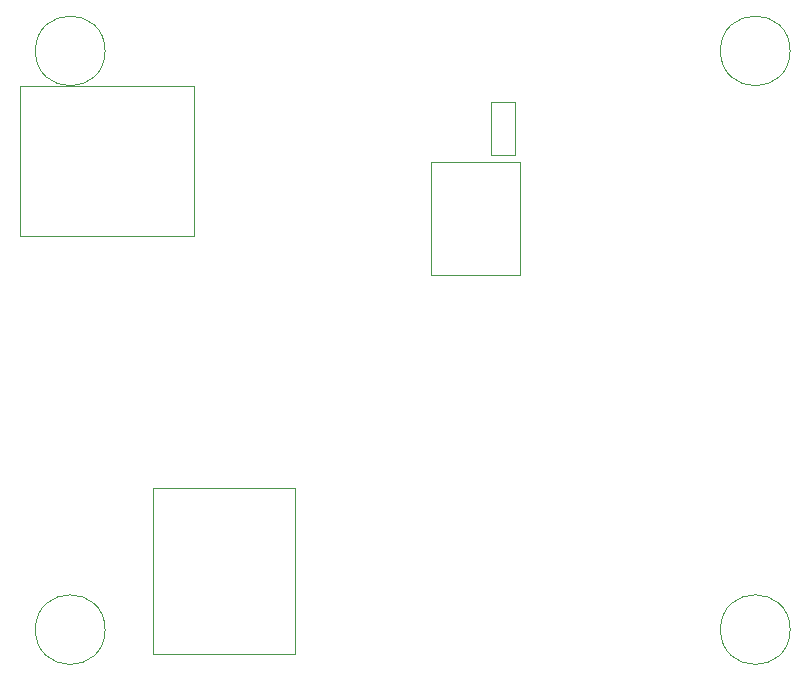
<source format=gbr>
G04 #@! TF.GenerationSoftware,KiCad,Pcbnew,5.1.10-88a1d61d58~88~ubuntu20.04.1*
G04 #@! TF.CreationDate,2021-06-08T22:25:17-06:00*
G04 #@! TF.ProjectId,raspberrypi-led-hat-2,72617370-6265-4727-9279-70692d6c6564,rev?*
G04 #@! TF.SameCoordinates,Original*
G04 #@! TF.FileFunction,Other,User*
%FSLAX46Y46*%
G04 Gerber Fmt 4.6, Leading zero omitted, Abs format (unit mm)*
G04 Created by KiCad (PCBNEW 5.1.10-88a1d61d58~88~ubuntu20.04.1) date 2021-06-08 22:25:17*
%MOMM*%
%LPD*%
G01*
G04 APERTURE LIST*
%ADD10C,0.050000*%
G04 APERTURE END LIST*
D10*
X239082000Y-101806000D02*
X239082000Y-106346000D01*
X241182000Y-101806000D02*
X239082000Y-101806000D01*
X241182000Y-106346000D02*
X241182000Y-101806000D01*
X239082000Y-106346000D02*
X241182000Y-106346000D01*
X234310000Y-106948000D02*
X241310000Y-106948000D01*
X241560000Y-107198000D02*
X241560000Y-116198000D01*
X241310000Y-116448000D02*
X234310000Y-116448000D01*
X234060000Y-116198000D02*
X234060000Y-107198000D01*
X241560000Y-116448000D02*
X241560000Y-116198000D01*
X241310000Y-116448000D02*
X241560000Y-116448000D01*
X234060000Y-116448000D02*
X234060000Y-116198000D01*
X234310000Y-116448000D02*
X234060000Y-116448000D01*
X234060000Y-106948000D02*
X234310000Y-106948000D01*
X234060000Y-107198000D02*
X234060000Y-106948000D01*
X241560000Y-106948000D02*
X241310000Y-106948000D01*
X241560000Y-107198000D02*
X241560000Y-106948000D01*
X213990000Y-113164991D02*
X213990000Y-100475012D01*
X199209999Y-113164991D02*
X213990000Y-113164991D01*
X199209999Y-100475012D02*
X199209999Y-113164991D01*
X213990000Y-100475012D02*
X199209999Y-100475012D01*
X222510000Y-134530000D02*
X210510000Y-134530000D01*
X222510000Y-148530000D02*
X222510000Y-134530000D01*
X210510000Y-148530000D02*
X222510000Y-148530000D01*
X210510000Y-134530000D02*
X210510000Y-148530000D01*
X264450000Y-146500000D02*
G75*
G03*
X264450000Y-146500000I-2950000J0D01*
G01*
X206450000Y-146500000D02*
G75*
G03*
X206450000Y-146500000I-2950000J0D01*
G01*
X264450000Y-97500000D02*
G75*
G03*
X264450000Y-97500000I-2950000J0D01*
G01*
X206450000Y-97500000D02*
G75*
G03*
X206450000Y-97500000I-2950000J0D01*
G01*
M02*

</source>
